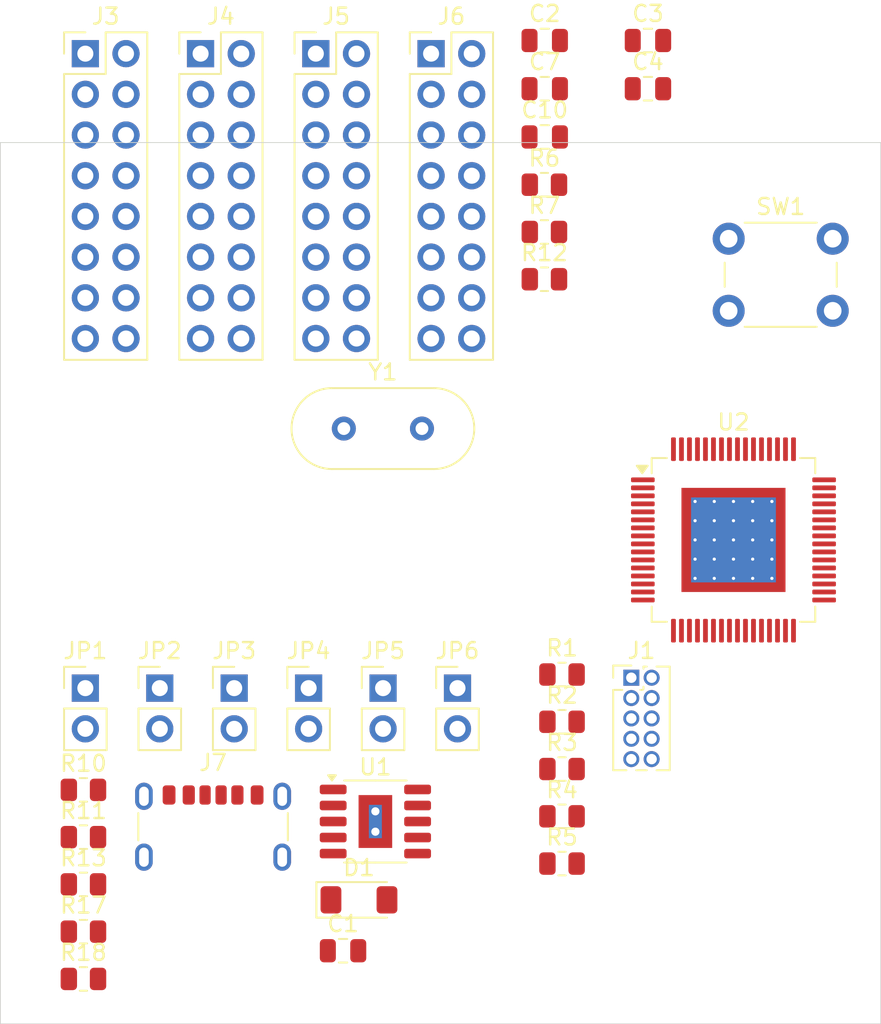
<source format=kicad_pcb>
(kicad_pcb (version 20240108) (generator "pcbnew") (generator_version "8.0")
  (layers (0 "F.Cu" signal) (31 "B.Cu" signal) (34 "B.Paste" user) (35 "F.Paste" user) (36 "B.SilkS" user "B.Silkscreen") (37 "F.SilkS" user "F.Silkscreen") (38 "B.Mask" user) (39 "F.Mask" user) (44 "Edge.Cuts" user))
  (net 0 "")
  (net 1 "/USB UART/OGND")
  (net 2 "/USB UART/VDDUSB")
  (net 3 "GNDD")
  (net 4 "/MCU/PIN46")
  (net 5 "PIN25")
  (net 6 "PIN28")
  (net 7 "Net-(C7-Pad1)")
  (net 8 "Net-(C10-Pad1)")
  (net 9 "VBUS")
  (net 10 "Net-(J1-RESET)")
  (net 11 "/MCU/PIN17")
  (net 12 "/MCU/PIN35")
  (net 13 "/MCU/PIN14")
  (net 14 "/MCU/PIN13")
  (net 15 "/MCU/PIN15")
  (net 16 "PIN4")
  (net 17 "PIN5")
  (net 18 "/MCU/PIN10")
  (net 19 "/MCU/PIN11")
  (net 20 "/MCU/PIN16")
  (net 21 "PIN8")
  (net 22 "/MCU/PIN12")
  (net 23 "/MCU/PIN3")
  (net 24 "PIN7")
  (net 25 "/MCU/PIN1")
  (net 26 "/MCU/PIN2")
  (net 27 "PIN6")
  (net 28 "/MCU/PIN62")
  (net 29 "/MCU/PIN54")
  (net 30 "/MCU/PIN50")
  (net 31 "/MCU/PIN57")
  (net 32 "/MCU/PIN51")
  (net 33 "/MCU/PIN55")
  (net 34 "/MCU/PIN63")
  (net 35 "/MCU/PIN49")
  (net 36 "/MCU/PIN60")
  (net 37 "/MCU/PIN61")
  (net 38 "/MCU/PIN52")
  (net 39 "/MCU/PIN64")
  (net 40 "/MCU/PIN53")
  (net 41 "/MCU/PIN56")
  (net 42 "/MCU/PIN59")
  (net 43 "/MCU/PIN58")
  (net 44 "/MCU/PIN19")
  (net 45 "/MCU/PIN32")
  (net 46 "/MCU/PIN24")
  (net 47 "/MCU/PIN22")
  (net 48 "/MCU/PIN23")
  (net 49 "/MCU/PIN29")
  (net 50 "/MCU/PIN21")
  (net 51 "PIN27")
  (net 52 "/MCU/PIN18")
  (net 53 "/MCU/PIN30")
  (net 54 "/MCU/PIN31")
  (net 55 "/MCU/PIN20")
  (net 56 "/MCU/PIN38")
  (net 57 "/MCU/PIN41")
  (net 58 "/MCU/PIN39")
  (net 59 "/MCU/PIN34")
  (net 60 "/MCU/PIN45")
  (net 61 "/MCU/PIN36")
  (net 62 "/MCU/PIN44")
  (net 63 "PIN48")
  (net 64 "/MCU/PIN42")
  (net 65 "/MCU/PIN43")
  (net 66 "/MCU/PIN37")
  (net 67 "/MCU/PIN47")
  (net 68 "/MCU/PIN40")
  (net 69 "/MCU/PIN33")
  (net 70 "Net-(J7-CC1)")
  (net 71 "Net-(J7-CC2)")
  (net 72 "Net-(JP1-A)")
  (net 73 "GNDA")
  (net 74 "Net-(JP4-A)")
  (net 75 "Net-(JP5-A)")
  (net 76 "Net-(JP6-A)")
  (net 77 "Net-(U1-VBUS)")
  (net 78 "Net-(U1-DM)")
  (footprint "Capacitor_SMD:C_0805_2012Metric" (layer "F.Cu") (at 130.4575 78.63)
    (property "Reference" "C3" (at 0 -1.68 0) (layer "F.SilkS"))
    (property "Value" "0.1uF")
    (pad "1" smd roundrect (at -0.95 0) (size 1 1.45) (layers "F.Cu" "F.Paste" "F.Mask") (net 5 "PIN25"))
    (pad "2" smd roundrect (at 0.95 0) (size 1 1.45) (layers "F.Cu" "F.Paste" "F.Mask") (net 6 "PIN28"))
  )
  (footprint "Connector_PinHeader_2.54mm:PinHeader_1x02_P2.54mm_Vertical" (layer "F.Cu") (at 118.5575 119.05)
    (property "Reference" "JP6" (at 0 -2.33 0) (layer "F.SilkS"))
    (property "Value" "5V")
    (pad "1" thru_hole rect (at 0 0) (size 1.7 1.7) (drill 1) (layers "*.Cu" "*.Mask") (net 76 "Net-(JP6-A)"))
    (pad "2" thru_hole oval (at 0 2.54) (size 1.7 1.7) (drill 1) (layers "*.Cu" "*.Mask") (net 2 "/USB UART/VDDUSB"))
  )
  (footprint "Resistor_SMD:R_0805_2012Metric" (layer "F.Cu") (at 95.1875 128.35)
    (property "Reference" "R11" (at 0 -1.65 0) (layer "F.SilkS"))
    (property "Value" "10K")
    (pad "1" smd roundrect (at -0.9125 0) (size 1.025 1.4) (layers "F.Cu" "F.Paste" "F.Mask") (roundrect_rratio 0.243902) (net 9 "VBUS"))
    (pad "2" smd roundrect (at 0.9125 0) (size 1.025 1.4) (layers "F.Cu" "F.Paste" "F.Mask") (roundrect_rratio 0.243902) (net 77 "Net-(U1-VBUS)"))
  )
  (footprint "Button_Switch_THT:SW_PUSH_6mm_H4.3mm" (layer "F.Cu") (at 135.5 91)
    (property "Reference" "SW1" (at 3.25 -2 0) (layer "F.SilkS"))
    (property "Value" "KEY")
    (pad "1" thru_hole circle (at 0 0 90) (size 2 2) (drill 1.1) (layers "*.Cu" "*.Mask") (net 3 "GNDD"))
    (pad "1" thru_hole circle (at 6.5 0 90) (size 2 2) (drill 1.1) (layers "*.Cu" "*.Mask") (net 3 "GNDD"))
    (pad "2" thru_hole circle (at 0 4.5 90) (size 2 2) (drill 1.1) (layers "*.Cu" "*.Mask") (net 4 "/MCU/PIN46"))
    (pad "2" thru_hole circle (at 6.5 4.5 90) (size 2 2) (drill 1.1) (layers "*.Cu" "*.Mask") (net 4 "/MCU/PIN46"))
  )
  (footprint "Connector_PinHeader_2.54mm:PinHeader_1x02_P2.54mm_Vertical" (layer "F.Cu") (at 99.9575 119.05)
    (property "Reference" "JP2" (at 0 -2.33 0) (layer "F.SilkS"))
    (property "Value" "TPI")
    (pad "1" thru_hole rect (at 0 0) (size 1.7 1.7) (drill 1) (layers "*.Cu" "*.Mask") (net 73 "GNDA"))
    (pad "2" thru_hole oval (at 0 2.54) (size 1.7 1.7) (drill 1) (layers "*.Cu" "*.Mask") (net 1 "/USB UART/OGND"))
  )
  (footprint "Resistor_SMD:R_0805_2012Metric" (layer "F.Cu") (at 125.0875 130)
    (property "Reference" "R5" (at 0 -1.65 0) (layer "F.SilkS"))
    (property "Value" "0")
    (pad "1" smd roundrect (at -0.9125 0) (size 1.025 1.4) (layers "F.Cu" "F.Paste" "F.Mask") (roundrect_rratio 0.243902) (net 10 "Net-(J1-RESET)"))
    (pad "2" smd roundrect (at 0.9125 0) (size 1.025 1.4) (layers "F.Cu" "F.Paste" "F.Mask") (roundrect_rratio 0.243902) (net 4 "/MCU/PIN46"))
  )
  (footprint "Package_QFP:LQFP-64-1EP_10x10mm_P0.5mm_EP6.5x6.5mm_ThermalVias" (layer "F.Cu") (at 135.8 109.8)
    (property "Reference" "U2" (at 0 -7.35 0) (layer "F.SilkS"))
    (property "Value" "S32M242CCABMKHST")
    (pad "1" smd roundrect (at -5.6625 -3.75) (size 1.475 0.3) (layers "F.Cu" "F.Paste" "F.Mask") (net 25 "/MCU/PIN1"))
    (pad "2" smd roundrect (at -5.6625 -3.25) (size 1.475 0.3) (layers "F.Cu" "F.Paste" "F.Mask") (net 26 "/MCU/PIN2"))
    (pad "3" smd roundrect (at -5.6625 -2.75) (size 1.475 0.3) (layers "F.Cu" "F.Paste" "F.Mask") (net 23 "/MCU/PIN3"))
    (pad "4" smd roundrect (at -5.6625 -2.25) (size 1.475 0.3) (layers "F.Cu" "F.Paste" "F.Mask") (net 16 "PIN4"))
    (pad "5" smd roundrect (at -5.6625 -1.75) (size 1.475 0.3) (layers "F.Cu" "F.Paste" "F.Mask") (net 17 "PIN5"))
    (pad "6" smd roundrect (at -5.6625 -1.25) (size 1.475 0.3) (layers "F.Cu" "F.Paste" "F.Mask") (net 27 "PIN6"))
    (pad "7" smd roundrect (at -5.6625 -0.75) (size 1.475 0.3) (layers "F.Cu" "F.Paste" "F.Mask") (net 24 "PIN7"))
    (pad "8" smd roundrect (at -5.6625 -0.25) (size 1.475 0.3) (layers "F.Cu" "F.Paste" "F.Mask") (net 21 "PIN8"))
    (pad "9" smd roundrect (at -5.6625 0.25) (size 1.475 0.3) (layers "F.Cu" "F.Paste" "F.Mask") (net 5 "PIN25"))
    (pad "10" smd roundrect (at -5.6625 0.75) (size 1.475 0.3) (layers "F.Cu" "F.Paste" "F.Mask") (net 18 "/MCU/PIN10"))
    (pad "11" smd roundrect (at -5.6625 1.25) (size 1.475 0.3) (layers "F.Cu" "F.Paste" "F.Mask") (net 19 "/MCU/PIN11"))
    (pad "12" smd roundrect (at -5.6625 1.75) (size 1.475 0.3) (layers "F.Cu" "F.Paste" "F.Mask") (net 22 "/MCU/PIN12"))
    (pad "13" smd roundrect (at -5.6625 2.25) (size 1.475 0.3) (layers "F.Cu" "F.Paste" "F.Mask") (net 14 "/MCU/PIN13"))
    (pad "14" smd roundrect (at -5.6625 2.75) (size 1.475 0.3) (layers "F.Cu" "F.Paste" "F.Mask") (net 13 "/MCU/PIN14"))
    (pad "15" smd roundrect (at -5.6625 3.25) (size 1.475 0.3) (layers "F.Cu" "F.Paste" "F.Mask") (net 15 "/MCU/PIN15"))
    (pad "16" smd roundrect (at -5.6625 3.75) (size 1.475 0.3) (layers "F.Cu" "F.Paste" "F.Mask") (net 20 "/MCU/PIN16"))
    (pad "17" smd roundrect (at -3.75 5.6625) (size 0.3 1.475) (layers "F.Cu" "F.Paste" "F.Mask") (net 11 "/MCU/PIN17"))
    (pad "18" smd roundrect (at -3.25 5.6625) (size 0.3 1.475) (layers "F.Cu" "F.Paste" "F.Mask") (net 52 "/MCU/PIN18"))
    (pad "19" smd roundrect (at -2.75 5.6625) (size 0.3 1.475) (layers "F.Cu" "F.Paste" "F.Mask") (net 44 "/MCU/PIN19"))
    (pad "20" smd roundrect (at -2.25 5.6625) (size 0.3 1.475) (layers "F.Cu" "F.Paste" "F.Mask") (net 55 "/MCU/PIN20"))
    (pad "21" smd roundrect (at -1.75 5.6625) (size 0.3 1.475) (layers "F.Cu" "F.Paste" "F.Mask") (net 50 "/MCU/PIN21"))
    (pad "22" smd roundrect (at -1.25 5.6625) (size 0.3 1.475) (layers "F.Cu" "F.Paste" "F.Mask") (net 47 "/MCU/PIN22"))
    (pad "23" smd roundrect (at -0.75 5.6625) (size 0.3 1.475) (layers "F.Cu" "F.Paste" "F.Mask") (net 48 "/MCU/PIN23"))
    (pad "24" smd roundrect (at -0.25 5.6625) (size 0.3 1.475) (layers "F.Cu" "F.Paste" "F.Mask") (net 46 "/MCU/PIN24"))
    (pad "25" smd roundrect (at 0.25 5.6625) (size 0.3 1.475) (layers "F.Cu" "F.Paste" "F.Mask") (net 5 "PIN25"))
    (pad "26" smd roundrect (at 0.75 5.6625) (size 0.3 1.475) (layers "F.Cu" "F.Paste" "F.Mask") (net 5 "PIN25"))
    (pad "27" smd roundrect (at 1.25 5.6625) (size 0.3 1.475) (layers "F.Cu" "F.Paste" "F.Mask") (net 51 "PIN27"))
    (pad "28" smd roundrect (at 1.75 5.6625) (size 0.3 1.475) (layers "F.Cu" "F.Paste" "F.Mask") (net 6 "PIN28"))
    (pad "29" smd roundrect (at 2.25 5.6625) (size 0.3 1.475) (layers "F.Cu" "F.Paste" "F.Mask") (net 49 "/MCU/PIN29"))
    (pad "30" smd roundrect (at 2.75 5.6625) (size 0.3 1.475) (layers "F.Cu" "F.Paste" "F.Mask") (net 53 "/MCU/PIN30"))
    (pad "31" smd roundrect (at 3.25 5.6625) (size 0.3 1.475) (layers "F.Cu" "F.Paste" "F.Mask") (net 54 "/MCU/PIN31"))
    (pad "32" smd roundrect (at 3.75 5.6625) (size 0.3 1.475) (layers "F.Cu" "F.Paste" "F.Mask") (net 45 "/MCU/PIN32"))
    (pad "33" smd roundrect (at 5.6625 3.75) (size 1.475 0.3) (layers "F.Cu" "F.Paste" "F.Mask") (net 69 "/MCU/PIN33"))
    (pad "34" smd roundrect (at 5.6625 3.25) (size 1.475 0.3) (layers "F.Cu" "F.Paste" "F.Mask") (net 59 "/MCU/PIN34"))
    (pad "35" smd roundrect (at 5.6625 2.75) (size 1.475 0.3) (layers "F.Cu" "F.Paste" "F.Mask") (net 12 "/MCU/PIN35"))
    (pad "36" smd roundrect (at 5.6625 2.25) (size 1.475 0.3) (layers "F.Cu" "F.Paste" "F.Mask") (net 61 "/MCU/PIN36"))
    (pad "37" smd roundrect (at 5.6625 1.75) (size 1.475 0.3) (layers "F.Cu" "F.Paste" "F.Mask") (net 66 "/MCU/PIN37"))
    (pad "38" smd roundrect (at 5.6625 1.25) (size 1.475 0.3) (layers "F.Cu" "F.Paste" "F.Mask") (net 56 "/MCU/PIN38"))
    (pad "39" smd roundrect (at 5.6625 0.75) (size 1.475 0.3) (layers "F.Cu" "F.Paste" "F.Mask") (net 58 "/MCU/PIN39"))
    (pad "40" smd roundrect (at 5.6625 0.25) (size 1.475 0.3) (layers "F.Cu" "F.Paste" "F.Mask") (net 68 "/MCU/PIN40"))
    (pad "41" smd roundrect (at 5.6625 -0.25) (size 1.475 0.3) (layers "F.Cu" "F.Paste" "F.Mask") (net 57 "/MCU/PIN41"))
    (pad "42" smd roundrect (at 5.6625 -0.75) (size 1.475 0.3) (layers "F.Cu" "F.Paste" "F.Mask") (net 64 "/MCU/PIN42"))
    (pad "43" smd roundrect (at 5.6625 -1.25) (size 1.475 0.3) (layers "F.Cu" "F.Paste" "F.Mask") (net 65 "/MCU/PIN43"))
    (pad "44" smd roundrect (at 5.6625 -1.75) (size 1.475 0.3) (layers "F.Cu" "F.Paste" "F.Mask") (net 62 "/MCU/PIN44"))
    (pad "45" smd roundrect (at 5.6625 -2.25) (size 1.475 0.3) (layers "F.Cu" "F.Paste" "F.Mask") (net 60 "/MCU/PIN45"))
    (pad "46" smd roundrect (at 5.6625 -2.75) (size 1.475 0.3) (layers "F.Cu" "F.Paste" "F.Mask") (net 4 "/MCU/PIN46"))
    (pad "47" smd roundrect (at 5.6625 -3.25) (size 1.475 0.3) (layers "F.Cu" "F.Paste" "F.Mask") (net 67 "/MCU/PIN47"))
    (pad "48" smd roundrect (at 5.6625 -3.75) (size 1.475 0.3) (layers "F.Cu" "F.Paste" "F.Mask") (net 63 "PIN48"))
    (pad "49" smd roundrect (at 3.75 -5.6625) (size 0.3 1.475) (layers "F.Cu" "F.Paste" "F.Mask") (net 35 "/MCU/PIN49"))
    (pad "50" smd roundrect (at 3.25 -5.6625) (size 0.3 1.475) (layers "F.Cu" "F.Paste" "F.Mask") (net 30 "/MCU/PIN50"))
    (pad "51" smd roundrect (at 2.75 -5.6625) (size 0.3 1.475) (layers "F.Cu" "F.Paste" "F.Mask") (net 32 "/MCU/PIN51"))
    (pad "52" smd roundrect (at 2.25 -5.6625) (size 0.3 1.475) (layers "F.Cu" "F.Paste" "F.Mask") (net 38 "/MCU/PIN52"))
    (pad "53" smd roundrect (at 1.75 -5.6625) (size 0.3 1.475) (layers "F.Cu" "F.Paste" "F.Mask") (net 40 "/MCU/PIN53"))
    (pad "54" smd roundrect (at 1.25 -5.6625) (size 0.3 1.475) (layers "F.Cu" "F.Paste" "F.Mask") (net 29 "/MCU/PIN54"))
    (pad "55" smd roundrect (at 0.75 -5.6625) (size 0.3 1.475) (layers "F.Cu" "F.Paste" "F.Mask") (net 33 "/MCU/PIN55"))
    (pad "56" smd roundrect (at 0.25 -5.6625) (size 0.3 1.475) (layers "F.Cu" "F.Paste" "F.Mask") (net 41 "/MCU/PIN56"))
    (pad "57" smd roundrect (at -0.25 -5.6625) (size 0.3 1.475) (layers "F.Cu" "F.Paste" "F.Mask") (net 31 "/MCU/PIN57"))
    (pad "58" smd roundrect (at -0.75 -5.6625) (size 0.3 1.475) (layers "F.Cu" "F.Paste" "F.Mask") (net 43 "/MCU/PIN58"))
    (pad "59" smd roundrect (at -1.25 -5.6625) (size 0.3 1.475) (layers "F.Cu" "F.Paste" "F.Mask") (net 42 "/MCU/PIN59"))
    (pad "60" smd roundrect (at -1.75 -5.6625) (size 0.3 1.475) (layers "F.Cu" "F.Paste" "F.Mask") (net 36 "/MCU/PIN60"))
    (pad "61" smd roundrect (at -2.25 -5.6625) (size 0.3 1.475) (layers "F.Cu" "F.Paste" "F.Mask") (net 37 "/MCU/PIN61"))
    (pad "62" smd roundrect (at -2.75 -5.6625) (size 0.3 1.475) (layers "F.Cu" "F.Paste" "F.Mask") (net 28 "/MCU/PIN62"))
    (pad "63" smd roundrect (at -3.25 -5.6625) (size 0.3 1.475) (layers "F.Cu" "F.Paste" "F.Mask") (net 34 "/MCU/PIN63"))
    (pad "64" smd roundrect (at -3.75 -5.6625) (size 0.3 1.475) (layers "F.Cu" "F.Paste" "F.Mask") (net 39 "/MCU/PIN64"))
    (pad "65" thru_hole circle (at -2.4 -2.4) (size 0.5 0.5) (drill 0.2) (property pad_prop_heatsink) (layers "*.Cu") (net 6 "PIN28"))
    (pad "65" thru_hole circle (at -2.4 -1.2) (size 0.5 0.5) (drill 0.2) (property pad_prop_heatsink) (layers "*.Cu") (net 6 "PIN28"))
    (pad "65" thru_hole circle (at -2.4 0) (size 0.5 0.5) (drill 0.2) (property pad_prop_heatsink) (layers "*.Cu") (net 6 "PIN28"))
    (pad "65" thru_hole circle (at -2.4 1.2) (size 0.5 0.5) (drill 0.2) (property pad_prop_heatsink) (layers "*.Cu") (net 6 "PIN28"))
    (pad "65" thru_hole circle (at -2.4 2.4) (size 0.5 0.5) (drill 0.2) (property pad_prop_heatsink) (layers "*.Cu") (net 6 "PIN28"))
    (pad "65" thru_hole circle (at -1.2 -2.4) (size 0.5 0.5) (drill 0.2) (property pad_prop_heatsink) (layers "*.Cu") (net 6 "PIN28"))
    (pad "65" thru_hole circle (at -1.2 -1.2) (size 0.5 0.5) (drill 0.2) (property pad_prop_heatsink) (layers "*.Cu") (net 6 "PIN28"))
    (pad "65" thru_hole circle (at -1.2 0) (size 0.5 0.5) (drill 0.2) (property pad_prop_heatsink) (layers "*.Cu") (net 6 "PIN28"))
    (pad "65" thru_hole circle (at -1.2 1.2) (size 0.5 0.5) (drill 0.2) (property pad_prop_heatsink) (layers "*.Cu") (net 6 "PIN28"))
    (pad "65" thru_hole circle (at -1.2 2.4) (size 0.5 0.5) (drill 0.2) (property pad_prop_heatsink) (layers "*.Cu") (net 6 "PIN28"))
    (pad "65" thru_hole circle (at 0 -2.4) (size 0.5 0.5) (drill 0.2) (property pad_prop_heatsink) (layers "*.Cu") (net 6 "PIN28"))
    (pad "65" thru_hole circle (at 0 -1.2) (size 0.5 0.5) (drill 0.2) (property pad_prop_heatsink) (layers "*.Cu") (net 6 "PIN28"))
    (pad "65" thru_hole circle (at 0 0) (size 0.5 0.5) (drill 0.2) (property pad_prop_heatsink) (layers "*.Cu") (net 6 "PIN28"))
    (pad "65" smd rect (at 0 0) (size 5.3 5.3) (property pad_prop_heatsink) (layers "B.Cu") (net 6 "PIN28"))
    (pad "65" smd rect (at 0 0) (size 6.5 6.5) (property pad_prop_heatsink) (layers "F.Cu" "F.Mask") (net 6 "PIN28"))
    (pad "65" thru_hole circle (at 0 1.2) (size 0.5 0.5) (drill 0.2) (property pad_prop_heatsink) (layers "*.Cu") (net 6 "PIN28"))
    (pad "65" thru_hole circle (at 0 2.4) (size 0.5 0.5) (drill 0.2) (property pad_prop_heatsink) (layers "*.Cu") (net 6 "PIN28"))
    (pad "65" thru_hole circle (at 1.2 -2.4) (size 0.5 0.5) (drill 0.2) (property pad_prop_heatsink) (layers "*.Cu") (net 6 "PIN28"))
    (pad "65" thru_hole circle (at 1.2 -1.2) (size 0.5 0.5) (drill 0.2) (property pad_prop_heatsink) (layers "*.Cu") (net 6 "PIN28"))
    (pad "65" thru_hole circle (at 1.2 0) (size 0.5 0.5) (drill 0.2) (property pad_prop_heatsink) (layers "*.Cu") (net 6 "PIN28"))
    (pad "65" thru_hole circle (at 1.2 1.2) (size 0.5 0.5) (drill 0.2) (property pad_prop_heatsink) (layers "*.Cu") (net 6 "PIN28"))
    (pad "65" thru_hole circle (at 1.2 2.4) (size 0.5 0.5) (drill 0.2) (property pad_prop_heatsink) (layers "*.Cu") (net 6 "PIN28"))
    (pad "65" thru_hole circle (at 2.4 -2.4) (size 0.5 0.5) (drill 0.2) (property pad_prop_heatsink) (layers "*.Cu") (net 6 "PIN28"))
    (pad "65" thru_hole circle (at 2.4 -1.2) (size 0.5 0.5) (drill 0.2) (property pad_prop_heatsink) (layers "*.Cu") (net 6 "PIN28"))
    (pad "65" thru_hole circle (at 2.4 0) (size 0.5 0.5) (drill 0.2) (property pad_prop_heatsink) (layers "*.Cu") (net 6 "PIN28"))
    (pad "65" thru_hole circle (at 2.4 1.2) (size 0.5 0.5) (drill 0.2) (property pad_prop_heatsink) (layers "*.Cu") (net 6 "PIN28"))
    (pad "65" thru_hole circle (at 2.4 2.4) (size 0.5 0.5) (drill 0.2) (property pad_prop_heatsink) (layers "*.Cu") (net 6 "PIN28"))
  )
  (footprint "Connector_PinHeader_2.54mm:PinHeader_1x02_P2.54mm_Vertical" (layer "F.Cu") (at 95.3075 119.05)
    (property "Reference" "JP1" (at 0 -2.33 0) (layer "F.SilkS"))
    (property "Value" "9V")
    (pad "1" thru_hole rect (at 0 0) (size 1.7 1.7) (drill 1) (layers "*.Cu" "*.Mask") (net 72 "Net-(JP1-A)"))
    (pad "2" thru_hole oval (at 0 2.54) (size 1.7 1.7) (drill 1) (layers "*.Cu" "*.Mask") (net 1 "/USB UART/OGND"))
  )
  (footprint "Crystal:Crystal_HC49-4H_Vertical" (layer "F.Cu") (at 111.4575 102.85)
    (property "Reference" "Y1" (at 2.44 -3.525 0) (layer "F.SilkS"))
    (property "Value" "8M")
    (pad "1" thru_hole circle (at 0 0) (size 1.5 1.5) (drill 0.8) (layers "*.Cu" "*.Mask") (net 7 "Net-(C7-Pad1)"))
    (pad "2" thru_hole circle (at 4.88 0) (size 1.5 1.5) (drill 0.8) (layers "*.Cu" "*.Mask") (net 8 "Net-(C10-Pad1)"))
  )
  (footprint "Capacitor_SMD:C_0805_2012Metric" (layer "F.Cu") (at 130.4575 81.64)
    (property "Reference" "C4" (at 0 -1.68 0) (layer "F.SilkS"))
    (property "Value" "2.2uF")
    (pad "1" smd roundrect (at -0.95 0) (size 1 1.45) (layers "F.Cu" "F.Paste" "F.Mask") (net 5 "PIN25"))
    (pad "2" smd roundrect (at 0.95 0) (size 1 1.45) (layers "F.Cu" "F.Paste" "F.Mask") (net 6 "PIN28"))
  )
  (footprint "Resistor_SMD:R_0805_2012Metric" (layer "F.Cu") (at 95.1875 137.2)
    (property "Reference" "R18" (at 0 -1.65 0) (layer "F.SilkS"))
    (property "Value" "56K")
    (pad "1" smd roundrect (at -0.9125 0) (size 1.025 1.4) (layers "F.Cu" "F.Paste" "F.Mask") (roundrect_rratio 0.243902) (net 75 "Net-(JP5-A)"))
    (pad "2" smd roundrect (at 0.9125 0) (size 1.025 1.4) (layers "F.Cu" "F.Paste" "F.Mask") (roundrect_rratio 0.243902) (net 76 "Net-(JP6-A)"))
  )
  (footprint "Connector_PinHeader_2.54mm:PinHeader_1x02_P2.54mm_Vertical" (layer "F.Cu") (at 109.2575 119.05)
    (property "Reference" "JP4" (at 0 -2.33 0) (layer "F.SilkS"))
    (property "Value" "12V")
    (pad "1" thru_hole rect (at 0 0) (size 1.7 1.7) (drill 1) (layers "*.Cu" "*.Mask") (net 74 "Net-(JP4-A)"))
    (pad "2" thru_hole oval (at 0 2.54) (size 1.7 1.7) (drill 1) (layers "*.Cu" "*.Mask") (net 1 "/USB UART/OGND"))
  )
  (footprint "Connector_PinHeader_2.54mm:PinHeader_1x02_P2.54mm_Vertical" (layer "F.Cu") (at 113.9075 119.05)
    (property "Reference" "JP5" (at 0 -2.33 0) (layer "F.SilkS"))
    (property "Value" "15V")
    (pad "1" thru_hole rect (at 0 0) (size 1.7 1.7) (drill 1) (layers "*.Cu" "*.Mask") (net 75 "Net-(JP5-A)"))
    (pad "2" thru_hole oval (at 0 2.54) (size 1.7 1.7) (drill 1) (layers "*.Cu" "*.Mask") (net 1 "/USB UART/OGND"))
  )
  (footprint "Resistor_SMD:R_0805_2012Metric" (layer "F.Cu") (at 125.0875 118.2)
    (property "Reference" "R1" (at 0 -1.65 0) (layer "F.SilkS"))
    (property "Value" "10K")
    (pad "1" smd roundrect (at -0.9125 0) (size 1.025 1.4) (layers "F.Cu" "F.Paste" "F.Mask") (roundrect_rratio 0.243902) (net 15 "/MCU/PIN15"))
    (pad "2" smd roundrect (at 0.9125 0) (size 1.025 1.4) (layers "F.Cu" "F.Paste" "F.Mask") (roundrect_rratio 0.243902) (net 3 "GNDD"))
  )
  (footprint "Resistor_SMD:R_0805_2012Metric" (layer "F.Cu") (at 123.9875 90.58)
    (property "Reference" "R7" (at 0 -1.65 0) (layer "F.SilkS"))
    (property "Value" "0")
    (pad "1" smd roundrect (at -0.9125 0) (size 1.025 1.4) (layers "F.Cu" "F.Paste" "F.Mask") (roundrect_rratio 0.243902) (net 49 "/MCU/PIN29"))
    (pad "2" smd roundrect (at 0.9125 0) (size 1.025 1.4) (layers "F.Cu" "F.Paste" "F.Mask") (roundrect_rratio 0.243902) (net 8 "Net-(C10-Pad1)"))
  )
  (footprint "Package_SO:SSOP-10-1EP_3.9x4.9mm_P1mm_EP2.1x3.3mm_ThermalVias" (layer "F.Cu") (at 113.4275 127.375)
    (property "Reference" "U1" (at 0 -3.4 0) (layer "F.SilkS"))
    (property "Value" "CH224K")
    (pad "1" smd roundrect (at -2.6375 -2) (size 1.675 0.6) (layers "F.Cu" "F.Paste" "F.Mask") (net 2 "/USB UART/VDDUSB"))
    (pad "2" smd roundrect (at -2.6375 -1) (size 1.675 0.6) (layers "F.Cu" "F.Paste" "F.Mask"))
    (pad "3" smd roundrect (at -2.6375 0) (size 1.675 0.6) (layers "F.Cu" "F.Paste" "F.Mask"))
    (pad "4" smd roundrect (at -2.6375 1) (size 1.675 0.6) (layers "F.Cu" "F.Paste" "F.Mask") (net 78 "Net-(U1-DM)"))
    (pad "5" smd roundrect (at -2.6375 2) (size 1.675 0.6) (layers "F.Cu" "F.Paste" "F.Mask") (net 78 "Net-(U1-DM)"))
    (pad "6" smd roundrect (at 2.6375 2) (size 1.675 0.6) (layers "F.Cu" "F.Paste" "F.Mask") (net 71 "Net-(J7-CC2)"))
    (pad "7" smd roundrect (at 2.6375 1) (size 1.675 0.6) (layers "F.Cu" "F.Paste" "F.Mask") (net 70 "Net-(J7-CC1)"))
    (pad "8" smd roundrect (at 2.6375 0) (size 1.675 0.6) (layers "F.Cu" "F.Paste" "F.Mask") (net 77 "Net-(U1-VBUS)"))
    (pad "9" smd roundrect (at 2.6375 -1) (size 1.675 0.6) (layers "F.Cu" "F.Paste" "F.Mask") (net 76 "Net-(JP6-A)"))
    (pad "10" smd roundrect (at 2.6375 -2) (size 1.675 0.6) (layers "F.Cu" "F.Paste" "F.Mask"))
    (pad "11" thru_hole circle (at 0 -0.635) (size 0.81 0.81) (drill 0.51) (property pad_prop_heatsink) (layers "*.Cu"))
    (pad "11" smd rect (at 0 0) (size 0.81 2.08) (property pad_prop_heatsink) (layers "B.Cu"))
    (pad "11" smd rect (at 0 0) (size 2.1 3.3) (property pad_prop_heatsink) (layers "F.Cu" "F.Mask"))
    (pad "11" thru_hole circle (at 0 0.635) (size 0.81 0.81) (drill 0.51) (property pad_prop_heatsink) (layers "*.Cu"))
  )
  (footprint "Capacitor_SMD:C_0805_2012Metric" (layer "F.Cu") (at 124.0075 78.63)
    (property "Reference" "C2" (at 0 -1.68 0) (layer "F.SilkS"))
    (property "Value" "0.1uF")
    (pad "1" smd roundrect (at -0.95 0) (size 1 1.45) (layers "F.Cu" "F.Paste" "F.Mask") (net 4 "/MCU/PIN46"))
    (pad "2" smd roundrect (at 0.95 0) (size 1 1.45) (layers "F.Cu" "F.Paste" "F.Mask") (net 3 "GNDD"))
  )
  (footprint "Connector_PinHeader_2.54mm:PinHeader_2x08_P2.54mm_Vertical" (layer "F.Cu") (at 116.9075 79.45)
    (property "Reference" "J6" (at 1.27 -2.33 0) (layer "F.SilkS"))
    (property "Value" "Conn_01x16_Pin")
    (pad "1" thru_hole rect (at 0 0) (size 1.7 1.7) (drill 1) (layers "*.Cu" "*.Mask") (net 69 "/MCU/PIN33"))
    (pad "2" thru_hole oval (at 2.54 0) (size 1.7 1.7) (drill 1) (layers "*.Cu" "*.Mask") (net 59 "/MCU/PIN34"))
    (pad "3" thru_hole oval (at 0 2.54) (size 1.7 1.7) (drill 1) (layers "*.Cu" "*.Mask") (net 12 "/MCU/PIN35"))
    (pad "4" thru_hole oval (at 2.54 2.54) (size 1.7 1.7) (drill 1) (layers "*.Cu" "*.Mask") (net 61 "/MCU/PIN36"))
    (pad "5" thru_hole oval (at 0 5.08) (size 1.7 1.7) (drill 1) (layers "*.Cu" "*.Mask") (net 66 "/MCU/PIN37"))
    (pad "6" thru_hole oval (at 2.54 5.08) (size 1.7 1.7) (drill 1) (layers "*.Cu" "*.Mask") (net 56 "/MCU/PIN38"))
    (pad "7" thru_hole oval (at 0 7.62) (size 1.7 1.7) (drill 1) (layers "*.Cu" "*.Mask") (net 58 "/MCU/PIN39"))
    (pad "8" thru_hole oval (at 2.54 7.62) (size 1.7 1.7) (drill 1) (layers "*.Cu" "*.Mask") (net 68 "/MCU/PIN40"))
    (pad "9" thru_hole oval (at 0 10.16) (size 1.7 1.7) (drill 1) (layers "*.Cu" "*.Mask") (net 57 "/MCU/PIN41"))
    (pad "10" thru_hole oval (at 2.54 10.16) (size 1.7 1.7) (drill 1) (layers "*.Cu" "*.Mask") (net 64 "/MCU/PIN42"))
    (pad "11" thru_hole oval (at 0 12.7) (size 1.7 1.7) (drill 1) (layers "*.Cu" "*.Mask") (net 65 "/MCU/PIN43"))
    (pad "12" thru_hole oval (at 2.54 12.7) (size 1.7 1.7) (drill 1) (layers "*.Cu" "*.Mask") (net 62 "/MCU/PIN44"))
    (pad "13" thru_hole oval (at 0 15.24) (size 1.7 1.7) (drill 1) (layers "*.Cu" "*.Mask") (net 60 "/MCU/PIN45"))
    (pad "14" thru_hole oval (at 2.54 15.24) (size 1.7 1.7) (drill 1) (layers "*.Cu" "*.Mask") (net 4 "/MCU/PIN46"))
    (pad "15" thru_hole oval (at 0 17.78) (size 1.7 1.7) (drill 1) (layers "*.Cu" "*.Mask") (net 67 "/MCU/PIN47"))
    (pad "16" thru_hole oval (at 2.54 17.78) (size 1.7 1.7) (drill 1) (layers "*.Cu" "*.Mask") (net 63 "PIN48"))
  )
  (footprint "Resistor_SMD:R_0805_2012Metric" (layer "F.Cu") (at 125.0875 121.15)
    (property "Reference" "R2" (at 0 -1.65 0) (layer "F.SilkS"))
    (property "Value" "10K")
    (pad "1" smd roundrect (at -0.9125 0) (size 1.025 1.4) (layers "F.Cu" "F.Paste" "F.Mask") (roundrect_rratio 0.243902) (net 5 "PIN25"))
    (pad "2" smd roundrect (at 0.9125 0) (size 1.025 1.4) (layers "F.Cu" "F.Paste" "F.Mask") (roundrect_rratio 0.243902) (net 11 "/MCU/PIN17"))
  )
  (footprint "Diode_SMD:D_MiniMELF" (layer "F.Cu") (at 112.4025 132.265)
    (property "Reference" "D1" (at 0 -2 0) (layer "F.SilkS"))
    (property "Value" "ZMM12")
    (pad "1" smd roundrect (at -1.75 0) (size 1.3 1.7) (layers "F.Cu" "F.Paste" "F.Mask") (roundrect_rratio 0.1923076923) (net 9 "VBUS"))
    (pad "2" smd roundrect (at 1.75 0) (size 1.3 1.7) (layers "F.Cu" "F.Paste" "F.Mask") (roundrect_rratio 0.1923076923) (net 1 "/USB UART/OGND"))
  )
  (footprint "Connector_PinHeader_2.54mm:PinHeader_2x08_P2.54mm_Vertical" (layer "F.Cu") (at 95.3075 79.45)
    (property "Reference" "J3" (at 1.27 -2.33 0) (layer "F.SilkS"))
    (property "Value" "Conn_01x16_Pin")
    (pad "1" thru_hole rect (at 0 0) (size 1.7 1.7) (drill 1) (layers "*.Cu" "*.Mask") (net 25 "/MCU/PIN1"))
    (pad "2" thru_hole oval (at 2.54 0) (size 1.7 1.7) (drill 1) (layers "*.Cu" "*.Mask") (net 26 "/MCU/PIN2"))
    (pad "3" thru_hole oval (at 0 2.54) (size 1.7 1.7) (drill 1) (layers "*.Cu" "*.Mask") (net 23 "/MCU/PIN3"))
    (pad "4" thru_hole oval (at 2.54 2.54) (size 1.7 1.7) (drill 1) (layers "*.Cu" "*.Mask") (net 16 "PIN4"))
    (pad "5" thru_hole oval (at 0 5.08) (size 1.7 1.7) (drill 1) (layers "*.Cu" "*.Mask") (net 17 "PIN5"))
    (pad "6" thru_hole oval (at 2.54 5.08) (size 1.7 1.7) (drill 1) (layers "*.Cu" "*.Mask") (net 27 "PIN6"))
    (pad "7" thru_hole oval (at 0 7.62) (size 1.7 1.7) (drill 1) (layers "*.Cu" "*.Mask") (net 24 "PIN7"))
    (pad "8" thru_hole oval (at 2.54 7.62) (size 1.7 1.7) (drill 1) (layers "*.Cu" "*.Mask") (net 21 "PIN8"))
    (pad "9" thru_hole oval (at 0 10.16) (size 1.7 1.7) (drill 1) (layers "*.Cu" "*.Mask") (net 5 "PIN25"))
    (pad "10" thru_hole oval (at 2.54 10.16) (size 1.7 1.7) (drill 1) (layers "*.Cu" "*.Mask") (net 18 "/MCU/PIN10"))
    (pad "11" thru_hole oval (at 0 12.7) (size 1.7 1.7) (drill 1) (layers "*.Cu" "*.Mask") (net 19 "/MCU/PIN11"))
    (pad "12" thru_hole oval (at 2.54 12.7) (size 1.7 1.7) (drill 1) (layers "*.Cu" "*.Mask") (net 22 "/MCU/PIN12"))
    (pad "13" thru_hole oval (at 0 15.24) (size 1.7 1.7) (drill 1) (layers "*.Cu" "*.Mask") (net 14 "/MCU/PIN13"))
    (pad "14" thru_hole oval (at 2.54 15.24) (size 1.7 1.7) (drill 1) (layers "*.Cu" "*.Mask") (net 13 "/MCU/PIN14"))
    (pad "15" thru_hole oval (at 0 17.78) (size 1.7 1.7) (drill 1) (layers "*.Cu" "*.Mask") (net 15 "/MCU/PIN15"))
    (pad "16" thru_hole oval (at 2.54 17.78) (size 1.7 1.7) (drill 1) (layers "*.Cu" "*.Mask") (net 20 "/MCU/PIN16"))
  )
  (footprint "Resistor_SMD:R_0805_2012Metric" (layer "F.Cu") (at 95.1875 134.25)
    (property "Reference" "R17" (at 0 -1.65 0) (layer "F.SilkS"))
    (property "Value" "24K")
    (pad "1" smd roundrect (at -0.9125 0) (size 1.025 1.4) (layers "F.Cu" "F.Paste" "F.Mask") (roundrect_rratio 0.243902) (net 74 "Net-(JP4-A)"))
    (pad "2" smd roundrect (at 0.9125 0) (size 1.025 1.4) (layers "F.Cu" "F.Paste" "F.Mask") (roundrect_rratio 0.243902) (net 76 "Net-(JP6-A)"))
  )
  (footprint "Resistor_SMD:R_0805_2012Metric" (layer "F.Cu") (at 125.0875 124.1)
    (property "Reference" "R3" (at 0 -1.65 0) (layer "F.SilkS"))
    (property "Value" "10K")
    (pad "1" smd roundrect (at -0.9125 0) (size 1.025 1.4) (layers "F.Cu" "F.Paste" "F.Mask") (roundrect_rratio 0.243902) (net 5 "PIN25"))
    (pad "2" smd roundrect (at 0.9125 0) (size 1.025 1.4) (layers "F.Cu" "F.Paste" "F.Mask") (roundrect_rratio 0.243902) (net 13 "/MCU/PIN14"))
  )
  (footprint "Capacitor_SMD:C_0805_2012Metric" (layer "F.Cu") (at 124.0075 84.65)
    (property "Reference" "C10" (at 0 -1.68 0) (layer "F.SilkS"))
    (property "Value" "12p")
    (pad "1" smd roundrect (at -0.95 0) (size 1 1.45) (layers "F.Cu" "F.Paste" "F.Mask") (net 8 "Net-(C10-Pad1)"))
    (pad "2" smd roundrect (at 0.95 0) (size 1 1.45) (layers "F.Cu" "F.Paste" "F.Mask") (net 3 "GNDD"))
  )
  (footprint "Connector_PinHeader_2.54mm:PinHeader_2x08_P2.54mm_Vertical" (layer "F.Cu") (at 102.5075 79.45)
    (property "Reference" "J4" (at 1.27 -2.33 0) (layer "F.SilkS"))
    (property "Value" "Conn_01x16_Pin")
    (pad "1" thru_hole rect (at 0 0) (size 1.7 1.7) (drill 1) (layers "*.Cu" "*.Mask") (net 35 "/MCU/PIN49"))
    (pad "2" thru_hole oval (at 2.54 0) (size 1.7 1.7) (drill 1) (layers "*.Cu" "*.Mask") (net 30 "/MCU/PIN50"))
    (pad "3" thru_hole oval (at 0 2.54) (size 1.7 1.7) (drill 1) (layers "*.Cu" "*.Mask") (net 32 "/MCU/PIN51"))
    (pad "4" thru_hole oval (at 2.54 2.54) (size 1.7 1.7) (drill 1) (layers "*.Cu" "*.Mask") (net 38 "/MCU/PIN52"))
    (pad "5" thru_hole oval (at 0 5.08) (size 1.7 1.7) (drill 1) (layers "*.Cu" "*.Mask") (net 40 "/MCU/PIN53"))
    (pad "6" thru_hole oval (at 2.54 5.08) (size 1.7 1.7) (drill 1) (layers "*.Cu" "*.Mask") (net 29 "/MCU/PIN54"))
    (pad "7" thru_hole oval (at 0 7.62) (size 1.7 1.7) (drill 1) (layers "*.Cu" "*.Mask") (net 33 "/MCU/PIN55"))
    (pad "8" thru_hole oval (at 2.54 7.62) (size 1.7 1.7) (drill 1) (layers "*.Cu" "*.Mask") (net 41 "/MCU/PIN56"))
    (pad "9" thru_hole oval (at 0 10.16) (size 1.7 1.7) (drill 1) (layers "*.Cu" "*.Mask") (net 31 "/MCU/PIN57"))
    (pad "10" thru_hole oval (at 2.54 10.16) (size 1.7 1.7) (drill 1) (layers "*.Cu" "*.Mask") (net 43 "/MCU/PIN58"))
    (pad "11" thru_hole oval (at 0 12.7) (size 1.7 1.7) (drill 1) (layers "*.Cu" "*.Mask") (net 42 "/MCU/PIN59"))
    (pad "12" thru_hole oval (at 2.54 12.7) (size 1.7 1.7) (drill 1) (layers "*.Cu" "*.Mask") (net 36 "/MCU/PIN60"))
    (pad "13" thru_hole oval (at 0 15.24) (size 1.7 1.7) (drill 1) (layers "*.Cu" "*.Mask") (net 37 "/MCU/PIN61"))
    (pad "14" thru_hole oval (at 2.54 15.24) (size 1.7 1.7) (drill 1) (layers "*.Cu" "*.Mask") (net 28 "/MCU/PIN62"))
    (pad "15" thru_hole oval (at 0 17.78) (size 1.7 1.7) (drill 1) (layers "*.Cu" "*.Mask") (net 34 "/MCU/PIN63"))
    (pad "16" thru_hole oval (at 2.54 17.78) (size 1.7 1.7) (drill 1) (layers "*.Cu" "*.Mask") (net 39 "/MCU/PIN64"))
  )
  (footprint "Connector_PinHeader_2.54mm:PinHeader_2x08_P2.54mm_Vertical" (layer "F.Cu") (at 109.7075 79.45)
    (property "Reference" "J5" (at 1.27 -2.33 0) (layer "F.SilkS"))
    (property "Value" "Conn_01x16_Pin")
    (pad "1" thru_hole rect (at 0 0) (size 1.7 1.7) (drill 1) (layers "*.Cu" "*.Mask") (net 11 "/MCU/PIN17"))
    (pad "2" thru_hole oval (at 2.54 0) (size 1.7 1.7) (drill 1) (layers "*.Cu" "*.Mask") (net 52 "/MCU/PIN18"))
    (pad "3" thru_hole oval (at 0 2.54) (size 1.7 1.7) (drill 1) (layers "*.Cu" "*.Mask") (net 44 "/MCU/PIN19"))
    (pad "4" thru_hole oval (at 2.54 2.54) (size 1.7 1.7) (drill 1) (layers "*.Cu" "*.Mask") (net 55 "/MCU/PIN20"))
    (pad "5" thru_hole oval (at 0 5.08) (size 1.7 1.7) (drill 1) (layers "*.Cu" "*.Mask") (net 50 "/MCU/PIN21"))
    (pad "6" thru_hole oval (at 2.54 5.08) (size 1.7 1.7) (drill 1) (layers "*.Cu" "*.Mask") (net 47 "/MCU/PIN22"))
    (pad "7" thru_hole oval (at 0 7.62) (size 1.7 1.7) (drill 1) (layers "*.Cu" "*.Mask") (net 48 "/MCU/PIN23"))
    (pad "8" thru_hole oval (at 2.54 7.62) (size 1.7 1.7) (drill 1) (layers "*.Cu" "*.Mask") (net 46 "/MCU/PIN24"))
    (pad "9" thru_hole oval (at 0 10.16) (size 1.7 1.7) (drill 1) (layers "*.Cu" "*.Mask") (net 5 "PIN25"))
    (pad "10" thru_hole oval (at 2.54 10.16) (size 1.7 1.7) (drill 1) (layers "*.Cu" "*.Mask") (net 5 "PIN25"))
    (pad "11" thru_hole oval (at 0 12.7) (size 1.7 1.7) (drill 1) (layers "*.Cu" "*.Mask") (net 51 "PIN27"))
    (pad "12" thru_hole oval (at 2.54 12.7) (size 1.7 1.7) (drill 1) (layers "*.Cu" "*.Mask") (net 6 "PIN28"))
    (pad "13" thru_hole oval (at 0 15.24) (size 1.7 1.7) (drill 1) (layers "*.Cu" "*.Mask") (net 49 "/MCU/PIN29"))
    (pad "14" thru_hole oval (at 2.54 15.24) (size 1.7 1.7) (drill 1) (layers "*.Cu" "*.Mask") (net 53 "/MCU/PIN30"))
    (pad "15" thru_hole oval (at 0 17.78) (size 1.7 1.7) (drill 1) (layers "*.Cu" "*.Mask") (net 54 "/MCU/PIN31"))
    (pad "16" thru_hole oval (at 2.54 17.78) (size 1.7 1.7) (drill 1) (layers "*.Cu" "*.Mask") (net 45 "/MCU/PIN32"))
  )
  (footprint "Capacitor_SMD:C_0805_2012Metric" (layer "F.Cu") (at 111.4075 135.44)
    (property "Reference" "C1" (at 0 -1.68 0) (layer "F.SilkS"))
    (property "Value" "1uF")
    (pad "1" smd roundrect (at -0.95 0) (size 1 1.45) (layers "F.Cu" "F.Paste" "F.Mask") (net 2 "/USB UART/VDDUSB"))
    (pad "2" smd roundrect (at 0.95 0) (size 1 1.45) (layers "F.Cu" "F.Paste" "F.Mask") (net 1 "/USB UART/OGND"))
  )
  (footprint "Resistor_SMD:R_0805_2012Metric" (layer "F.Cu") (at 95.1875 125.4)
    (property "Reference" "R10" (at 0 -1.65 0) (layer "F.SilkS"))
    (property "Value" "1K")
    (pad "1" smd roundrect (at -0.9125 0) (size 1.025 1.4) (layers "F.Cu" "F.Paste" "F.Mask") (roundrect_rratio 0.243902) (net 9 "VBUS"))
    (pad "2" smd roundrect (at 0.9125 0) (size 1.025 1.4) (layers "F.Cu" "F.Paste" "F.Mask") (roundrect_rratio 0.243902) (net 2 "/USB UART/VDDUSB"))
  )
  (footprint "Connector_PinHeader_2.54mm:PinHeader_1x02_P2.54mm_Vertical" (layer "F.Cu") (at 104.6075 119.05)
    (property "Reference" "JP3" (at 0 -2.33 0) (layer "F.SilkS"))
    (property "Value" "JPI")
    (pad "1" thru_hole rect (at 0 0) (size 1.7 1.7) (drill 1) (layers "*.Cu" "*.Mask") (net 73 "GNDA"))
    (pad "2" thru_hole oval (at 0 2.54) (size 1.7 1.7) (drill 1) (layers "*.Cu" "*.Mask") (net 1 "/USB UART/OGND"))
  )
  (footprint "Connector_USB:USB_C_Receptacle_GCT_USB4125-xx-x_6P_TopMnt_Horizontal" (layer "F.Cu") (at 103.2875 128.8)
    (property "Reference" "J7" (at 0 -5.1 0) (layer "F.SilkS"))
    (property "Value" "USB_C_Receptacle_PowerOnly_6P")
    (pad "A5" smd roundrect (at -0.5 -3.08) (size 0.7 1.2) (layers "F.Cu" "F.Paste" "F.Mask") (net 70 "Net-(J7-CC1)"))
    (pad "A9" smd roundrect (at 1.52 -3.08 180) (size 0.76 1.2) (layers "F.Cu" "F.Paste" "F.Mask") (net 9 "VBUS"))
    (pad "A12" smd roundrect (at 2.75 -3.08 180) (size 0.8 1.2) (layers "F.Cu" "F.Paste" "F.Mask") (net 1 "/USB UART/OGND"))
    (pad "B5" smd roundrect (at 0.5 -3.08 180) (size 0.7 1.2) (layers "F.Cu" "F.Paste" "F.Mask") (net 71 "Net-(J7-CC2)"))
    (pad "B9" smd roundrect (at -1.52 -3.08) (size 0.76 1.2) (layers "F.Cu" "F.Paste" "F.Mask") (net 9 "VBUS"))
    (pad "B12" smd roundrect (at -2.75 -3.08) (size 0.8 1.2) (layers "F.Cu" "F.Paste" "F.Mask") (net 1 "/USB UART/OGND"))
    (pad "S1" thru_hole oval (at -4.32 -3) (size 1.1 1.7) (drill oval 0.6 1.2) (layers "*.Cu" "*.Mask" "F.Paste") (net 1 "/USB UART/OGND"))
    (pad "S1" thru_hole oval (at -4.32 0.8) (size 1.1 1.7) (drill oval 0.6 1.2) (layers "*.Cu" "*.Mask" "F.Paste") (net 1 "/USB UART/OGND"))
    (pad "S1" thru_hole oval (at 4.32 -3) (size 1.1 1.7) (drill oval 0.6 1.2) (layers "*.Cu" "*.Mask" "F.Paste") (net 1 "/USB UART/OGND"))
    (pad "S1" thru_hole oval (at 4.32 0.8) (size 1.1 1.7) (drill oval 0.6 1.2) (layers "*.Cu" "*.Mask" "F.Paste") (net 1 "/USB UART/OGND"))
  )
  (footprint "Resistor_SMD:R_0805_2012Metric" (layer "F.Cu") (at 95.1875 131.3)
    (property "Reference" "R13" (at 0 -1.65 0) (layer "F.SilkS"))
    (property "Value" "6.8K")
    (pad "1" smd roundrect (at -0.9125 0) (size 1.025 1.4) (layers "F.Cu" "F.Paste" "F.Mask") (roundrect_rratio 0.243902) (net 72 "Net-(JP1-A)"))
    (pad "2" smd roundrect (at 0.9125 0) (size 1.025 1.4) (layers "F.Cu" "F.Paste" "F.Mask") (roundrect_rratio 0.243902) (net 76 "Net-(JP6-A)"))
  )
  (footprint "Connector_PinHeader_1.27mm:PinHeader_2x05_P1.27mm_Vertical" (layer "F.Cu") (at 129.4175 118.4)
    (property "Reference" "J1" (at 0.635 -1.695 0) (layer "F.SilkS"))
    (property "Value" "~")
    (pad "1" thru_hole rect (at 0 0) (size 1 1) (drill 0.65) (layers "*.Cu" "*.Mask") (net 5 "PIN25"))
    (pad "2" thru_hole oval (at 1.27 0) (size 1 1) (drill 0.65) (layers "*.Cu" "*.Mask") (net 11 "/MCU/PIN17"))
    (pad "3" thru_hole oval (at 0 1.27) (size 1 1) (drill 0.65) (layers "*.Cu" "*.Mask") (net 3 "GNDD"))
    (pad "4" thru_hole oval (at 1.27 1.27) (size 1 1) (drill 0.65) (layers "*.Cu" "*.Mask") (net 15 "/MCU/PIN15"))
    (pad "5" thru_hole oval (at 0 2.54) (size 1 1) (drill 0.65) (layers "*.Cu" "*.Mask") (net 3 "GNDD"))
    (pad "6" thru_hole oval (at 1.27 2.54) (size 1 1) (drill 0.65) (layers "*.Cu" "*.Mask") (net 14 "/MCU/PIN13"))
    (pad "7" thru_hole oval (at 0 3.81) (size 1 1) (drill 0.65) (layers "*.Cu" "*.Mask") (net 12 "/MCU/PIN35"))
    (pad "8" thru_hole oval (at 1.27 3.81) (size 1 1) (drill 0.65) (layers "*.Cu" "*.Mask") (net 13 "/MCU/PIN14"))
    (pad "9" thru_hole oval (at 0 5.08) (size 1 1) (drill 0.65) (layers "*.Cu" "*.Mask") (net 3 "GNDD"))
    (pad "10" thru_hole oval (at 1.27 5.08) (size 1 1) (drill 0.65) (layers "*.Cu" "*.Mask") (net 10 "Net-(J1-RESET)"))
  )
  (footprint "Resistor_SMD:R_0805_2012Metric" (layer "F.Cu") (at 123.9875 93.53)
    (property "Reference" "R12" (at 0 -1.65 0) (layer "F.SilkS"))
    (property "Value" "10K")
    (pad "1" smd roundrect (at -0.9125 0) (size 1.025 1.4) (layers "F.Cu" "F.Paste" "F.Mask") (roundrect_rratio 0.243902) (net 5 "PIN25"))
    (pad "2" smd roundrect (at 0.9125 0) (size 1.025 1.4) (layers "F.Cu" "F.Paste" "F.Mask") (roundrect_rratio 0.243902) (net 4 "/MCU/PIN46"))
  )
  (footprint "Resistor_SMD:R_0805_2012Metric" (layer "F.Cu") (at 125.0875 127.05)
    (property "Reference" "R4" (at 0 -1.65 0) (layer "F.SilkS"))
    (property "Value" "10K")
    (pad "1" smd roundrect (at -0.9125 0) (size 1.025 1.4) (layers "F.Cu" "F.Paste" "F.Mask") (roundrect_rratio 0.243902) (net 5 "PIN25"))
    (pad "2" smd roundrect (at 0.9125 0) (size 1.025 1.4) (layers "F.Cu" "F.Paste" "F.Mask") (roundrect_rratio 0.243902) (net 14 "/MCU/PIN13"))
  )
  (footprint "Capacitor_SMD:C_0805_2012Metric" (layer "F.Cu") (at 124.0075 81.64)
    (property "Reference" "C7" (at 0 -1.68 0) (layer "F.SilkS"))
    (property "Value" "12p")
    (pad "1" smd roundrect (at -0.95 0) (size 1 1.45) (layers "F.Cu" "F.Paste" "F.Mask") (net 7 "Net-(C7-Pad1)"))
    (pad "2" smd roundrect (at 0.95 0) (size 1 1.45) (layers "F.Cu" "F.Paste" "F.Mask") (net 3 "GNDD"))
  )
  (footprint "Resistor_SMD:R_0805_2012Metric" (layer "F.Cu") (at 123.9875 87.63)
    (property "Reference" "R6" (at 0 -1.65 0) (layer "F.SilkS"))
    (property "Value" "0")
    (pad "1" smd roundrect (at -0.9125 0) (size 1.025 1.4) (layers "F.Cu" "F.Paste" "F.Mask") (roundrect_rratio 0.243902) (net 53 "/MCU/PIN30"))
    (pad "2" smd roundrect (at 0.9125 0) (size 1.025 1.4) (layers "F.Cu" "F.Paste" "F.Mask") (roundrect_rratio 0.243902) (net 7 "Net-(C7-Pad1)"))
  )
  (gr_line (start 145 140) (end 90 140) (stroke (width 0.05)) (layer "Edge.Cuts"))
  (gr_line (start 145 85) (end 145 140) (stroke (width 0.05)) (layer "Edge.Cuts"))
  (gr_line (start 90 85) (end 145 85) (stroke (width 0.05)) (layer "Edge.Cuts"))
  (gr_line (start 90 140) (end 90 85) (stroke (width 0.05)) (layer "Edge.Cuts"))
)
</source>
